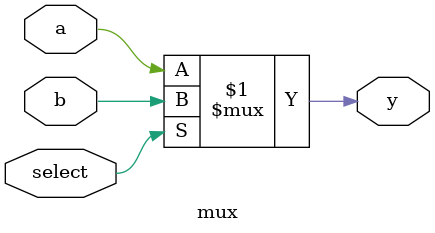
<source format=sv>
module mux(
  input a,
  input b,
  input select,
  output y
);

assign y = (select)?b:a;
endmodule
</source>
